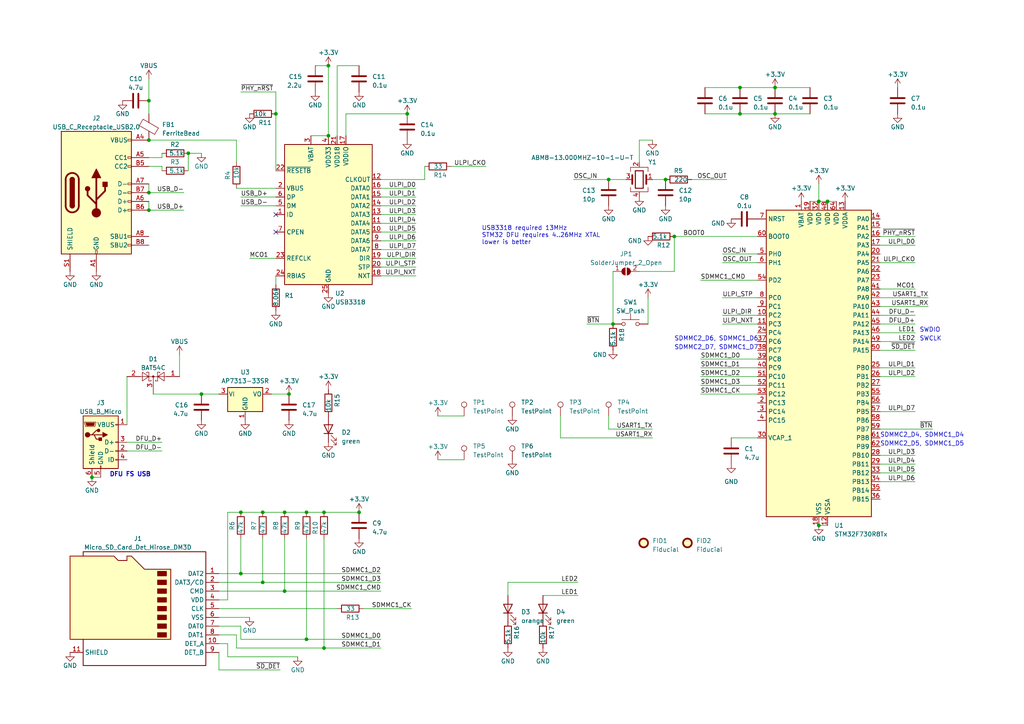
<source format=kicad_sch>
(kicad_sch (version 20230121) (generator eeschema)
  (paper "A4")
  (title_block (title "usb_msc devboard") (date "2023-03-19") (rev "v1") (company "znuh"))
  (lib_symbols
    (symbol "Connector:Micro_SD_Card_Det_Hirose_DM3AT"
      (property "Reference" "J" (at -16.51 17.78 0))
      (property "Value" "Micro_SD_Card_Det_Hirose_DM3AT" (at 16.51 17.78 0))
      (symbol "Micro_SD_Card_Det_Hirose_DM3AT_1_1"
        (pin bidirectional line (at -22.86 10.16 0) (length 3.81) (name "DAT2") (number "1"))
        (pin passive line (at -22.86 -10.16 0) (length 3.81) (name "DET_A") (number "10"))
        (pin passive line (at 20.32 -12.7 180) (length 3.81) (name "SHIELD") (number "11"))
        (pin bidirectional line (at -22.86 7.62 0) (length 3.81) (name "DAT3/CD") (number "2"))
        (pin input line (at -22.86 5.08 0) (length 3.81) (name "CMD") (number "3"))
        (pin power_in line (at -22.86 2.54 0) (length 3.81) (name "VDD") (number "4"))
        (pin input line (at -22.86 0 0) (length 3.81) (name "CLK") (number "5"))
        (pin power_in line (at -22.86 -2.54 0) (length 3.81) (name "VSS") (number "6"))
        (pin bidirectional line (at -22.86 -5.08 0) (length 3.81) (name "DAT0") (number "7"))
        (pin bidirectional line (at -22.86 -7.62 0) (length 3.81) (name "DAT1") (number "8"))
        (pin passive line (at -22.86 -12.7 0) (length 3.81) (name "DET_B") (number "9"))
      )
    )
    (symbol "Connector:TestPoint" (pin_numbers hide) (pin_names (offset 0.762) hide)
      (property "Reference" "TP" (at 0 6.858 0))
      (property "Value" "TestPoint" (at 0 5.08 0))
      (symbol "TestPoint_1_1"
        (pin passive line (at 0 0 90) (length 2.54) (name "1") (number "1"))
      )
    )
    (symbol "Connector:USB_B_Micro" (pin_names (offset 1.016))
      (property "Reference" "J" (at -5.08 11.43 0))
      (property "Value" "USB_B_Micro" (at -5.08 8.89 0))
      (symbol "USB_B_Micro_1_1"
        (pin power_out line (at 7.62 5.08 180) (length 2.54) (name "VBUS") (number "1"))
        (pin bidirectional line (at 7.62 -2.54 180) (length 2.54) (name "D-") (number "2"))
        (pin bidirectional line (at 7.62 0 180) (length 2.54) (name "D+") (number "3"))
        (pin passive line (at 7.62 -5.08 180) (length 2.54) (name "ID") (number "4"))
        (pin power_out line (at 0 -10.16 90) (length 2.54) (name "GND") (number "5"))
        (pin passive line (at -2.54 -10.16 90) (length 2.54) (name "Shield") (number "6"))
      )
    )
    (symbol "Connector:USB_C_Receptacle_USB2.0" (pin_names (offset 1.016))
      (property "Reference" "J" (at -10.16 19.05 0))
      (property "Value" "USB_C_Receptacle_USB2.0" (at 19.05 19.05 0))
      (symbol "USB_C_Receptacle_USB2.0_1_1"
        (pin passive line (at 0 -22.86 90) (length 5.08) (name "GND") (number "A1"))
        (pin passive line (at 0 -22.86 90) (length 5.08) hide (name "GND") (number "A12"))
        (pin passive line (at 15.24 15.24 180) (length 5.08) (name "VBUS") (number "A4"))
        (pin bidirectional line (at 15.24 10.16 180) (length 5.08) (name "CC1") (number "A5"))
        (pin bidirectional line (at 15.24 -2.54 180) (length 5.08) (name "D+") (number "A6"))
        (pin bidirectional line (at 15.24 2.54 180) (length 5.08) (name "D-") (number "A7"))
        (pin bidirectional line (at 15.24 -12.7 180) (length 5.08) (name "SBU1") (number "A8"))
        (pin passive line (at 15.24 15.24 180) (length 5.08) hide (name "VBUS") (number "A9"))
        (pin passive line (at 0 -22.86 90) (length 5.08) hide (name "GND") (number "B1"))
        (pin passive line (at 0 -22.86 90) (length 5.08) hide (name "GND") (number "B12"))
        (pin passive line (at 15.24 15.24 180) (length 5.08) hide (name "VBUS") (number "B4"))
        (pin bidirectional line (at 15.24 7.62 180) (length 5.08) (name "CC2") (number "B5"))
        (pin bidirectional line (at 15.24 -5.08 180) (length 5.08) (name "D+") (number "B6"))
        (pin bidirectional line (at 15.24 0 180) (length 5.08) (name "D-") (number "B7"))
        (pin bidirectional line (at 15.24 -15.24 180) (length 5.08) (name "SBU2") (number "B8"))
        (pin passive line (at 15.24 15.24 180) (length 5.08) hide (name "VBUS") (number "B9"))
        (pin passive line (at -7.62 -22.86 90) (length 5.08) (name "SHIELD") (number "S1"))
      )
    )
    (symbol "Device:C" (pin_numbers hide) (pin_names (offset 0.254))
      (property "Reference" "C" (at 0.635 2.54 0))
      (property "Value" "C" (at 0.635 -2.54 0))
      (symbol "C_1_1"
        (pin passive line (at 0 3.81 270) (length 2.794) (name "~") (number "1"))
        (pin passive line (at 0 -3.81 90) (length 2.794) (name "~") (number "2"))
      )
    )
    (symbol "Device:Crystal_GND24" (pin_names (offset 1.016) hide)
      (property "Reference" "Y" (at 3.175 5.08 0))
      (property "Value" "Crystal_GND24" (at 3.175 3.175 0))
      (symbol "Crystal_GND24_1_1"
        (pin passive line (at -3.81 0 0) (length 1.27) (name "1") (number "1"))
        (pin passive line (at 0 5.08 270) (length 1.27) (name "2") (number "2"))
        (pin passive line (at 3.81 0 180) (length 1.27) (name "3") (number "3"))
        (pin passive line (at 0 -5.08 90) (length 1.27) (name "4") (number "4"))
      )
    )
    (symbol "Device:FerriteBead" (pin_numbers hide) (pin_names (offset 0))
      (property "Reference" "FB" (at -3.81 0.635 90))
      (property "Value" "FerriteBead" (at 3.81 0 90))
      (symbol "FerriteBead_1_1"
        (pin passive line (at 0 3.81 270) (length 2.54) (name "~") (number "1"))
        (pin passive line (at 0 -3.81 90) (length 2.54) (name "~") (number "2"))
      )
    )
    (symbol "Device:LED" (pin_numbers hide) (pin_names (offset 1.016) hide)
      (property "Reference" "D" (at 0 2.54 0))
      (property "Value" "LED" (at 0 -2.54 0))
      (symbol "LED_1_1"
        (pin passive line (at -3.81 0 0) (length 2.54) (name "K") (number "1"))
        (pin passive line (at 3.81 0 180) (length 2.54) (name "A") (number "2"))
      )
    )
    (symbol "Device:R" (pin_numbers hide) (pin_names (offset 0))
      (property "Reference" "R" (at 2.032 0 90))
      (property "Value" "R" (at 0 0 90))
      (symbol "R_1_1"
        (pin passive line (at 0 3.81 270) (length 1.27) (name "~") (number "1"))
        (pin passive line (at 0 -3.81 90) (length 1.27) (name "~") (number "2"))
      )
    )
    (symbol "Diode:BAT54C" (pin_names (offset 1.016))
      (property "Reference" "D" (at 0.635 -3.81 0))
      (property "Value" "BAT54C" (at -6.35 3.175 0))
      (symbol "BAT54C_1_1"
        (pin passive line (at -7.62 0 0) (length 3.81) (name "~") (number "1"))
        (pin passive line (at 7.62 0 180) (length 3.81) (name "~") (number "2"))
        (pin passive line (at 0 -5.08 90) (length 5.08) (name "~") (number "3"))
      )
    )
    (symbol "Jumper:SolderJumper_2_Open" (pin_names (offset 0) hide)
      (property "Reference" "JP" (at 0 2.032 0))
      (property "Value" "SolderJumper_2_Open" (at 0 -2.54 0))
      (symbol "SolderJumper_2_Open_1_1"
        (pin passive line (at -3.81 0 0) (length 2.54) (name "A") (number "1"))
        (pin passive line (at 3.81 0 180) (length 2.54) (name "B") (number "2"))
      )
    )
    (symbol "MCU_ST_STM32F7:STM32F730R8Tx"
      (property "Reference" "U" (at -15.24 46.99 0))
      (property "Value" "STM32F730R8Tx" (at 10.16 46.99 0))
      (symbol "STM32F730R8Tx_1_1"
        (pin power_in line (at -5.08 48.26 270) (length 2.54) (name "VBAT") (number "1"))
        (pin bidirectional line (at -17.78 15.24 0) (length 2.54) (name "PC2") (number "10"))
        (pin bidirectional line (at -17.78 12.7 0) (length 2.54) (name "PC3") (number "11"))
        (pin power_in line (at 2.54 -45.72 90) (length 2.54) (name "VSSA") (number "12"))
        (pin power_in line (at 7.62 48.26 270) (length 2.54) (name "VDDA") (number "13"))
        (pin bidirectional line (at 17.78 43.18 180) (length 2.54) (name "PA0") (number "14"))
        (pin bidirectional line (at 17.78 40.64 180) (length 2.54) (name "PA1") (number "15"))
        (pin bidirectional line (at 17.78 38.1 180) (length 2.54) (name "PA2") (number "16"))
        (pin bidirectional line (at 17.78 35.56 180) (length 2.54) (name "PA3") (number "17"))
        (pin power_in line (at 0 -45.72 90) (length 2.54) (name "VSS") (number "18"))
        (pin power_in line (at -2.54 48.26 270) (length 2.54) (name "VDD") (number "19"))
        (pin bidirectional line (at -17.78 -10.16 0) (length 2.54) (name "PC13") (number "2"))
        (pin bidirectional line (at 17.78 33.02 180) (length 2.54) (name "PA4") (number "20"))
        (pin bidirectional line (at 17.78 30.48 180) (length 2.54) (name "PA5") (number "21"))
        (pin bidirectional line (at 17.78 27.94 180) (length 2.54) (name "PA6") (number "22"))
        (pin bidirectional line (at 17.78 25.4 180) (length 2.54) (name "PA7") (number "23"))
        (pin bidirectional line (at -17.78 10.16 0) (length 2.54) (name "PC4") (number "24"))
        (pin bidirectional line (at 17.78 0 180) (length 2.54) (name "PB0") (number "25"))
        (pin bidirectional line (at 17.78 -2.54 180) (length 2.54) (name "PB1") (number "26"))
        (pin bidirectional line (at 17.78 -5.08 180) (length 2.54) (name "PB2") (number "27"))
        (pin bidirectional line (at 17.78 -25.4 180) (length 2.54) (name "PB10") (number "28"))
        (pin bidirectional line (at 17.78 -27.94 180) (length 2.54) (name "PB11") (number "29"))
        (pin bidirectional line (at -17.78 -12.7 0) (length 2.54) (name "PC14") (number "3"))
        (pin power_out line (at -17.78 -20.32 0) (length 2.54) (name "VCAP_1") (number "30"))
        (pin passive line (at 0 -45.72 90) (length 2.54) hide (name "VSS") (number "31"))
        (pin power_in line (at 0 48.26 270) (length 2.54) (name "VDD") (number "32"))
        (pin bidirectional line (at 17.78 -30.48 180) (length 2.54) (name "PB12") (number "33"))
        (pin bidirectional line (at 17.78 -33.02 180) (length 2.54) (name "PB13") (number "34"))
        (pin bidirectional line (at 17.78 -35.56 180) (length 2.54) (name "PB14") (number "35"))
        (pin bidirectional line (at 17.78 -38.1 180) (length 2.54) (name "PB15") (number "36"))
        (pin bidirectional line (at -17.78 7.62 0) (length 2.54) (name "PC6") (number "37"))
        (pin bidirectional line (at -17.78 5.08 0) (length 2.54) (name "PC7") (number "38"))
        (pin bidirectional line (at -17.78 2.54 0) (length 2.54) (name "PC8") (number "39"))
        (pin bidirectional line (at -17.78 -15.24 0) (length 2.54) (name "PC15") (number "4"))
        (pin bidirectional line (at -17.78 0 0) (length 2.54) (name "PC9") (number "40"))
        (pin bidirectional line (at 17.78 22.86 180) (length 2.54) (name "PA8") (number "41"))
        (pin bidirectional line (at 17.78 20.32 180) (length 2.54) (name "PA9") (number "42"))
        (pin bidirectional line (at 17.78 17.78 180) (length 2.54) (name "PA10") (number "43"))
        (pin bidirectional line (at 17.78 15.24 180) (length 2.54) (name "PA11") (number "44"))
        (pin bidirectional line (at 17.78 12.7 180) (length 2.54) (name "PA12") (number "45"))
        (pin bidirectional line (at 17.78 10.16 180) (length 2.54) (name "PA13") (number "46"))
        (pin passive line (at 0 -45.72 90) (length 2.54) hide (name "VSS") (number "47"))
        (pin power_in line (at 2.54 48.26 270) (length 2.54) (name "VDD") (number "48"))
        (pin bidirectional line (at 17.78 7.62 180) (length 2.54) (name "PA14") (number "49"))
        (pin bidirectional line (at -17.78 33.02 0) (length 2.54) (name "PH0") (number "5"))
        (pin bidirectional line (at 17.78 5.08 180) (length 2.54) (name "PA15") (number "50"))
        (pin bidirectional line (at -17.78 -2.54 0) (length 2.54) (name "PC10") (number "51"))
        (pin bidirectional line (at -17.78 -5.08 0) (length 2.54) (name "PC11") (number "52"))
        (pin bidirectional line (at -17.78 -7.62 0) (length 2.54) (name "PC12") (number "53"))
        (pin bidirectional line (at -17.78 25.4 0) (length 2.54) (name "PD2") (number "54"))
        (pin bidirectional line (at 17.78 -7.62 180) (length 2.54) (name "PB3") (number "55"))
        (pin bidirectional line (at 17.78 -10.16 180) (length 2.54) (name "PB4") (number "56"))
        (pin bidirectional line (at 17.78 -12.7 180) (length 2.54) (name "PB5") (number "57"))
        (pin bidirectional line (at 17.78 -15.24 180) (length 2.54) (name "PB6") (number "58"))
        (pin bidirectional line (at 17.78 -17.78 180) (length 2.54) (name "PB7") (number "59"))
        (pin bidirectional line (at -17.78 30.48 0) (length 2.54) (name "PH1") (number "6"))
        (pin input line (at -17.78 38.1 0) (length 2.54) (name "BOOT0") (number "60"))
        (pin bidirectional line (at 17.78 -20.32 180) (length 2.54) (name "PB8") (number "61"))
        (pin bidirectional line (at 17.78 -22.86 180) (length 2.54) (name "PB9") (number "62"))
        (pin passive line (at 0 -45.72 90) (length 2.54) hide (name "VSS") (number "63"))
        (pin power_in line (at 5.08 48.26 270) (length 2.54) (name "VDD") (number "64"))
        (pin input line (at -17.78 43.18 0) (length 2.54) (name "NRST") (number "7"))
        (pin bidirectional line (at -17.78 20.32 0) (length 2.54) (name "PC0") (number "8"))
        (pin bidirectional line (at -17.78 17.78 0) (length 2.54) (name "PC1") (number "9"))
      )
    )
    (symbol "Mechanical:Fiducial"
      (property "Reference" "FID" (at 0 5.08 0))
      (property "Value" "Fiducial" (at 0 3.175 0))
    )
    (symbol "Regulator_Linear:MCP1700x-300xxTT" (pin_names (offset 0.254))
      (property "Reference" "U" (at -3.81 3.175 0))
      (property "Value" "MCP1700x-300xxTT" (at 0 3.175 0))
      (symbol "MCP1700x-300xxTT_1_1"
        (pin power_in line (at 0 -7.62 90) (length 2.54) (name "GND") (number "1"))
        (pin power_out line (at 7.62 0 180) (length 2.54) (name "VO") (number "2"))
        (pin power_in line (at -7.62 0 0) (length 2.54) (name "VI") (number "3"))
      )
    )
    (symbol "Switch:SW_Push" (pin_numbers hide) (pin_names (offset 1.016) hide)
      (property "Reference" "SW" (at 1.27 2.54 0))
      (property "Value" "SW_Push" (at 0 -1.524 0))
      (symbol "SW_Push_0_1"
        (pin passive line (at -5.08 0 0) (length 2.54) (name "1") (number "1"))
        (pin passive line (at 5.08 0 180) (length 2.54) (name "2") (number "2"))
      )
    )
    (symbol "power:+3.3V" (power) (pin_names (offset 0))
      (property "Value" "+3.3V" (at 0 3.556 0))
      (symbol "+3.3V_1_1"
        (pin power_in line (at 0 0 90) (length 0) hide (name "+3.3V") (number "1"))
      )
    )
    (symbol "power:GND" (power) (pin_names (offset 0))
      (property "Value" "GND" (at 0 -3.81 0))
      (symbol "GND_1_1"
        (pin power_in line (at 0 0 270) (length 0) hide (name "GND") (number "1"))
      )
    )
    (symbol "power:VBUS" (power) (pin_names (offset 0))
      (property "Value" "VBUS" (at 0 3.81 0))
      (symbol "VBUS_1_1"
        (pin power_in line (at 0 0 90) (length 0) hide (name "VBUS") (number "1"))
      )
    )
    (symbol "usb3318:USB3318"
      (property "Reference" "U" (at 0 2.54 0))
      (property "Value" "USB3318" (at 0 0 0))
      (symbol "USB3318_1_1"
        (pin input line (at -15.24 0 0) (length 2.54) (name "ID") (number "1"))
        (pin bidirectional line (at 15.24 -5.08 180) (length 2.54) (name "DATA5") (number "10"))
        (pin bidirectional line (at 15.24 -2.54 180) (length 2.54) (name "DATA4") (number "11"))
        (pin output line (at 15.24 10.16 180) (length 2.54) (name "CLKOUT") (number "12"))
        (pin bidirectional line (at 15.24 0 180) (length 2.54) (name "DATA3") (number "13"))
        (pin bidirectional line (at 15.24 2.54 180) (length 2.54) (name "DATA2") (number "14"))
        (pin bidirectional line (at 15.24 5.08 180) (length 2.54) (name "DATA1") (number "15"))
        (pin bidirectional line (at 15.24 7.62 180) (length 2.54) (name "DATA0") (number "16"))
        (pin power_in line (at 5.08 22.86 270) (length 2.54) (name "VDDIO") (number "17"))
        (pin output line (at 15.24 -17.78 180) (length 2.54) (name "NXT") (number "18"))
        (pin output line (at 15.24 -12.7 180) (length 2.54) (name "DIR") (number "19"))
        (pin input line (at -15.24 7.62 0) (length 2.54) (name "VBUS") (number "2"))
        (pin input line (at 15.24 -15.24 180) (length 2.54) (name "STP") (number "20"))
        (pin power_out line (at 2.54 22.86 270) (length 2.54) (name "VDD18") (number "21"))
        (pin input line (at -15.24 12.7 0) (length 2.54) (name "~{RESETB}") (number "22"))
        (pin input line (at -15.24 -12.7 0) (length 2.54) (name "REFCLK") (number "23"))
        (pin passive line (at -15.24 -17.78 0) (length 2.54) (name "RBIAS") (number "24"))
        (pin power_in line (at 0 -22.86 90) (length 2.54) (name "GND") (number "25"))
        (pin power_in line (at -5.08 22.86 270) (length 2.54) (name "VBAT") (number "3"))
        (pin power_out line (at 0 22.86 270) (length 2.54) (name "VDD33") (number "4"))
        (pin bidirectional line (at -15.24 2.54 0) (length 2.54) (name "DM") (number "5"))
        (pin bidirectional line (at -15.24 5.08 0) (length 2.54) (name "DP") (number "6"))
        (pin output line (at -15.24 -5.08 0) (length 2.54) (name "CPEN") (number "7"))
        (pin bidirectional line (at 15.24 -10.16 180) (length 2.54) (name "DATA7") (number "8"))
        (pin bidirectional line (at 15.24 -7.62 180) (length 2.54) (name "DATA6") (number "9"))
      )
    )
  )
  (junction (at 54.61 44.45))
  (junction (at 69.85 166.37))
  (junction (at 176.53 52.07))
  (junction (at 95.25 39.37))
  (junction (at 88.9 185.42))
  (junction (at 58.42 114.3))
  (junction (at 118.11 33.02))
  (junction (at 193.04 52.07))
  (junction (at 224.79 33.02))
  (junction (at 195.58 68.58))
  (junction (at 214.63 25.4))
  (junction (at 93.98 148.59))
  (junction (at 43.18 29.21))
  (junction (at 104.14 148.59))
  (junction (at 26.67 138.43))
  (junction (at 237.49 58.42))
  (junction (at 43.18 60.96))
  (junction (at 237.49 152.4))
  (junction (at 76.2 148.59))
  (junction (at 80.01 33.02))
  (junction (at 43.18 55.88))
  (junction (at 43.18 40.64))
  (junction (at 214.63 33.02))
  (junction (at 93.98 187.96))
  (junction (at 76.2 168.91))
  (junction (at 82.55 171.45))
  (junction (at 69.85 148.59))
  (junction (at 83.82 114.3))
  (junction (at 88.9 148.59))
  (junction (at 224.79 25.4))
  (junction (at 82.55 148.59))
  (junction (at 95.25 19.05))
  (junction (at 240.03 58.42))
  (junction (at 177.8 93.98))
  (no_connect (at 80.01 62.23))
  (no_connect (at 80.01 67.31))
  (wire (pts (xy 43.18 45.72) (xy 46.99 45.72)))
  (wire (pts (xy 110.49 77.47) (xy 120.65 77.47)))
  (wire (pts (xy 52.07 102.87) (xy 52.07 109.22)))
  (wire (pts (xy 80.01 74.93) (xy 72.39 74.93)))
  (wire (pts (xy 104.14 19.05) (xy 97.79 19.05)))
  (wire (pts (xy 110.49 80.01) (xy 120.65 80.01)))
  (wire (pts (xy 63.5 184.15) (xy 68.58 184.15)))
  (wire (pts (xy 69.85 185.42) (xy 88.9 185.42)))
  (wire (pts (xy 43.18 55.88) (xy 53.34 55.88)))
  (wire (pts (xy 110.49 52.07) (xy 123.19 52.07)))
  (wire (pts (xy 82.55 156.21) (xy 82.55 171.45)))
  (wire (pts (xy 255.27 71.12) (xy 265.43 71.12)))
  (wire (pts (xy 46.99 48.26) (xy 46.99 49.53)))
  (wire (pts (xy 76.2 168.91) (xy 110.49 168.91)))
  (wire (pts (xy 88.9 156.21) (xy 88.9 185.42)))
  (wire (pts (xy 44.45 114.3) (xy 58.42 114.3)))
  (wire (pts (xy 69.85 59.69) (xy 80.01 59.69)))
  (wire (pts (xy 219.71 86.36) (xy 209.55 86.36)))
  (wire (pts (xy 69.85 166.37) (xy 110.49 166.37)))
  (wire (pts (xy 255.27 101.6) (xy 265.43 101.6)))
  (wire (pts (xy 127 133.35) (xy 134.62 133.35)))
  (wire (pts (xy 255.27 139.7) (xy 265.43 139.7)))
  (wire (pts (xy 170.18 93.98) (xy 177.8 93.98)))
  (wire (pts (xy 189.23 52.07) (xy 193.04 52.07)))
  (wire (pts (xy 255.27 93.98) (xy 265.43 93.98)))
  (wire (pts (xy 80.01 26.67) (xy 69.85 26.67)))
  (wire (pts (xy 63.5 176.53) (xy 97.79 176.53)))
  (wire (pts (xy 63.5 186.69) (xy 66.04 186.69)))
  (wire (pts (xy 43.18 53.34) (xy 43.18 55.88)))
  (wire (pts (xy 157.48 172.72) (xy 167.64 172.72)))
  (wire (pts (xy 63.5 166.37) (xy 69.85 166.37)))
  (wire (pts (xy 195.58 78.74) (xy 195.58 68.58)))
  (wire (pts (xy 219.71 91.44) (xy 209.55 91.44)))
  (wire (pts (xy 58.42 114.3) (xy 63.5 114.3)))
  (wire (pts (xy 255.27 137.16) (xy 265.43 137.16)))
  (wire (pts (xy 123.19 52.07) (xy 123.19 48.26)))
  (wire (pts (xy 204.47 33.02) (xy 214.63 33.02)))
  (wire (pts (xy 237.49 53.34) (xy 237.49 58.42)))
  (wire (pts (xy 214.63 33.02) (xy 224.79 33.02)))
  (wire (pts (xy 219.71 109.22) (xy 203.2 109.22)))
  (wire (pts (xy 43.18 60.96) (xy 53.34 60.96)))
  (wire (pts (xy 219.71 111.76) (xy 203.2 111.76)))
  (wire (pts (xy 88.9 148.59) (xy 93.98 148.59)))
  (wire (pts (xy 255.27 68.58) (xy 265.43 68.58)))
  (wire (pts (xy 219.71 93.98) (xy 209.55 93.98)))
  (wire (pts (xy 63.5 171.45) (xy 82.55 171.45)))
  (wire (pts (xy 219.71 106.68) (xy 203.2 106.68)))
  (wire (pts (xy 118.11 33.02) (xy 100.33 33.02)))
  (wire (pts (xy 110.49 72.39) (xy 120.65 72.39)))
  (wire (pts (xy 255.27 134.62) (xy 265.43 134.62)))
  (wire (pts (xy 214.63 25.4) (xy 224.79 25.4)))
  (wire (pts (xy 219.71 76.2) (xy 209.55 76.2)))
  (wire (pts (xy 270.51 124.46) (xy 255.27 124.46)))
  (wire (pts (xy 43.18 33.02) (xy 43.18 29.21)))
  (wire (pts (xy 224.79 33.02) (xy 234.95 33.02)))
  (wire (pts (xy 66.04 190.5) (xy 86.36 190.5)))
  (wire (pts (xy 43.18 48.26) (xy 46.99 48.26)))
  (wire (pts (xy 63.5 194.31) (xy 81.28 194.31)))
  (wire (pts (xy 110.49 64.77) (xy 120.65 64.77)))
  (wire (pts (xy 26.67 138.43) (xy 29.21 138.43)))
  (wire (pts (xy 80.01 33.02) (xy 80.01 26.67)))
  (wire (pts (xy 43.18 29.21) (xy 43.18 22.86)))
  (wire (pts (xy 219.71 73.66) (xy 209.55 73.66)))
  (wire (pts (xy 234.95 58.42) (xy 237.49 58.42)))
  (wire (pts (xy 90.17 39.37) (xy 95.25 39.37)))
  (wire (pts (xy 36.83 128.27) (xy 46.99 128.27)))
  (wire (pts (xy 80.01 33.02) (xy 80.01 49.53)))
  (wire (pts (xy 204.47 25.4) (xy 214.63 25.4)))
  (wire (pts (xy 95.25 19.05) (xy 95.25 39.37)))
  (wire (pts (xy 76.2 156.21) (xy 76.2 168.91)))
  (wire (pts (xy 219.71 114.3) (xy 203.2 114.3)))
  (wire (pts (xy 195.58 68.58) (xy 219.71 68.58)))
  (wire (pts (xy 189.23 40.64) (xy 185.42 40.64)))
  (wire (pts (xy 68.58 184.15) (xy 68.58 187.96)))
  (wire (pts (xy 167.64 168.91) (xy 147.32 168.91)))
  (wire (pts (xy 237.49 152.4) (xy 240.03 152.4)))
  (wire (pts (xy 76.2 148.59) (xy 82.55 148.59)))
  (wire (pts (xy 176.53 52.07) (xy 181.61 52.07)))
  (wire (pts (xy 237.49 58.42) (xy 240.03 58.42)))
  (wire (pts (xy 187.96 86.36) (xy 187.96 93.98)))
  (wire (pts (xy 69.85 181.61) (xy 69.85 185.42)))
  (wire (pts (xy 185.42 78.74) (xy 195.58 78.74)))
  (wire (pts (xy 162.56 127) (xy 189.23 127)))
  (wire (pts (xy 46.99 130.81) (xy 36.83 130.81)))
  (wire (pts (xy 100.33 33.02) (xy 100.33 39.37)))
  (wire (pts (xy 69.85 156.21) (xy 69.85 166.37)))
  (wire (pts (xy 176.53 124.46) (xy 189.23 124.46)))
  (wire (pts (xy 185.42 40.64) (xy 185.42 46.99)))
  (wire (pts (xy 147.32 168.91) (xy 147.32 172.72)))
  (wire (pts (xy 68.58 54.61) (xy 80.01 54.61)))
  (wire (pts (xy 219.71 81.28) (xy 203.2 81.28)))
  (wire (pts (xy 78.74 114.3) (xy 83.82 114.3)))
  (wire (pts (xy 224.79 25.4) (xy 234.95 25.4)))
  (wire (pts (xy 255.27 99.06) (xy 265.43 99.06)))
  (wire (pts (xy 269.24 86.36) (xy 255.27 86.36)))
  (wire (pts (xy 110.49 67.31) (xy 120.65 67.31)))
  (wire (pts (xy 36.83 109.22) (xy 36.83 123.19)))
  (wire (pts (xy 255.27 119.38) (xy 265.43 119.38)))
  (wire (pts (xy 46.99 45.72) (xy 46.99 44.45)))
  (wire (pts (xy 176.53 120.65) (xy 176.53 124.46)))
  (wire (pts (xy 66.04 186.69) (xy 66.04 190.5)))
  (wire (pts (xy 66.04 148.59) (xy 66.04 173.99)))
  (wire (pts (xy 255.27 83.82) (xy 265.43 83.82)))
  (wire (pts (xy 240.03 58.42) (xy 242.57 58.42)))
  (wire (pts (xy 110.49 62.23) (xy 120.65 62.23)))
  (wire (pts (xy 97.79 19.05) (xy 97.79 39.37)))
  (wire (pts (xy 162.56 120.65) (xy 162.56 127)))
  (wire (pts (xy 69.85 148.59) (xy 76.2 148.59)))
  (wire (pts (xy 255.27 76.2) (xy 265.43 76.2)))
  (wire (pts (xy 93.98 187.96) (xy 110.49 187.96)))
  (wire (pts (xy 105.41 176.53) (xy 119.38 176.53)))
  (wire (pts (xy 177.8 78.74) (xy 177.8 93.98)))
  (wire (pts (xy 110.49 57.15) (xy 120.65 57.15)))
  (wire (pts (xy 91.44 19.05) (xy 95.25 19.05)))
  (wire (pts (xy 66.04 173.99) (xy 63.5 173.99)))
  (wire (pts (xy 68.58 40.64) (xy 68.58 46.99)))
  (wire (pts (xy 269.24 88.9) (xy 255.27 88.9)))
  (wire (pts (xy 176.53 52.07) (xy 166.37 52.07)))
  (wire (pts (xy 255.27 109.22) (xy 265.43 109.22)))
  (wire (pts (xy 63.5 189.23) (xy 63.5 194.31)))
  (wire (pts (xy 265.43 91.44) (xy 255.27 91.44)))
  (wire (pts (xy 255.27 96.52) (xy 265.43 96.52)))
  (wire (pts (xy 54.61 44.45) (xy 54.61 49.53)))
  (wire (pts (xy 93.98 156.21) (xy 93.98 187.96)))
  (wire (pts (xy 93.98 148.59) (xy 104.14 148.59)))
  (wire (pts (xy 130.81 48.26) (xy 140.97 48.26)))
  (wire (pts (xy 63.5 168.91) (xy 76.2 168.91)))
  (wire (pts (xy 219.71 104.14) (xy 203.2 104.14)))
  (wire (pts (xy 212.09 127) (xy 219.71 127)))
  (wire (pts (xy 68.58 187.96) (xy 93.98 187.96)))
  (wire (pts (xy 63.5 179.07) (xy 72.39 179.07)))
  (wire (pts (xy 127 120.65) (xy 134.62 120.65)))
  (wire (pts (xy 255.27 106.68) (xy 265.43 106.68)))
  (wire (pts (xy 255.27 132.08) (xy 265.43 132.08)))
  (wire (pts (xy 200.66 52.07) (xy 210.82 52.07)))
  (wire (pts (xy 110.49 59.69) (xy 120.65 59.69)))
  (wire (pts (xy 82.55 171.45) (xy 110.49 171.45)))
  (wire (pts (xy 110.49 69.85) (xy 120.65 69.85)))
  (wire (pts (xy 43.18 58.42) (xy 43.18 60.96)))
  (wire (pts (xy 80.01 80.01) (xy 80.01 82.55)))
  (wire (pts (xy 69.85 148.59) (xy 66.04 148.59)))
  (wire (pts (xy 110.49 54.61) (xy 120.65 54.61)))
  (wire (pts (xy 82.55 148.59) (xy 88.9 148.59)))
  (wire (pts (xy 88.9 185.42) (xy 110.49 185.42)))
  (wire (pts (xy 43.18 40.64) (xy 68.58 40.64)))
  (wire (pts (xy 80.01 57.15) (xy 69.85 57.15)))
  (wire (pts (xy 63.5 181.61) (xy 69.85 181.61)))
  (wire (pts (xy 54.61 44.45) (xy 58.42 44.45)))
  (wire (pts (xy 110.49 74.93) (xy 120.65 74.93)))
  (text "SWDIO" (at 266.7 96.52 0) (effects (font (size 1.27 1.27)) (justify left bottom)))
  (text "SDMMC2_D6, SDMMC1_D6" (at 195.58 99.06 0) (effects (font (size 1.27 1.27)) (justify left bottom)))
  (text "SDMMC2_D4, SDMMC1_D4" (at 255.27 127 0) (effects (font (size 1.27 1.27)) (justify left bottom)))
  (text "SWCLK" (at 266.7 99.06 0) (effects (font (size 1.27 1.27)) (justify left bottom)))
  (text "SDMMC2_D5, SDMMC1_D5" (at 255.27 129.54 0) (effects (font (size 1.27 1.27)) (justify left bottom)))
  (text "DFU FS USB" (at 31.75 138.43 0) (effects (font (size 1.27 1.27) (thickness 0.254) bold) (justify left bottom)))
  (text "USB3318 required 13MHz\nSTM32 DFU requires 4..26MHz XTAL\nlower is better" (at 139.7 71.12 0) (effects (font (size 1.27 1.27)) (justify left bottom)))
  (text "SDMMC2_D7, SDMMC1_D7" (at 195.58 101.6 0) (effects (font (size 1.27 1.27)) (justify left bottom)))
  (label "SDMMC1_CMD" (at 203.2 81.28 0))
  (label "ULPI_D7" (at 120.65 72.39 180))
  (label "DFU_D+" (at 46.99 128.27 180))
  (label "SDMMC1_D3" (at 110.49 168.91 180))
  (label "ULPI_NXT" (at 209.55 93.98 0))
  (label "SDMMC1_D0" (at 110.49 185.42 180))
  (label "USART1_RX" (at 269.24 88.9 180))
  (label "USART1_TX" (at 269.24 86.36 180))
  (label "USB_D-" (at 69.85 59.69 0))
  (label "ULPI_DIR" (at 209.55 91.44 0))
  (label "ULPI_D3" (at 120.65 62.23 180))
  (label "LED1" (at 265.43 96.52 180))
  (label "ULPI_D3" (at 265.43 132.08 180))
  (label "LED1" (at 167.64 172.72 180))
  (label "ULPI_D6" (at 265.43 139.7 180))
  (label "LED2" (at 167.64 168.91 180))
  (label "OSC_IN" (at 209.55 73.66 0))
  (label "OSC_IN" (at 166.37 52.07 0))
  (label "USB_D+" (at 69.85 57.15 0))
  (label "ULPI_STP" (at 120.65 77.47 180))
  (label "SDMMC1_CK" (at 203.2 114.3 0))
  (label "ULPI_D4" (at 120.65 64.77 180))
  (label "DFU_D-" (at 46.99 130.81 180))
  (label "SDMMC1_D2" (at 203.2 109.22 0))
  (label "ULPI_NXT" (at 120.65 80.01 180))
  (label "OSC_OUT" (at 209.55 76.2 0))
  (label "DFU_D+" (at 265.43 93.98 180))
  (label "SDMMC1_D1" (at 203.2 106.68 0))
  (label "MCO1" (at 72.39 74.93 0))
  (label "USART1_RX" (at 189.23 127 180))
  (label "ULPI_CKO" (at 140.97 48.26 180))
  (label "ULPI_D4" (at 265.43 134.62 180))
  (label "SDMMC1_D2" (at 110.49 166.37 180))
  (label "ULPI_D5" (at 265.43 137.16 180))
  (label "ULPI_CKO" (at 265.43 76.2 180))
  (label "ULPI_D0" (at 265.43 71.12 180))
  (label "USB_D+" (at 53.34 60.96 180))
  (label "~{SD_DET}" (at 265.43 101.6 180))
  (label "ULPI_D6" (at 120.65 69.85 180))
  (label "USB_D-" (at 53.34 55.88 180))
  (label "ULPI_D2" (at 265.43 109.22 180))
  (label "USART1_TX" (at 189.23 124.46 180))
  (label "ULPI_D2" (at 120.65 59.69 180))
  (label "ULPI_DIR" (at 120.65 74.93 180))
  (label "SDMMC1_D1" (at 110.49 187.96 180))
  (label "LED2" (at 265.43 99.06 180))
  (label "~{BTN}" (at 270.51 124.46 180))
  (label "ULPI_D5" (at 120.65 67.31 180))
  (label "~{BTN}" (at 170.18 93.98 0))
  (label "ULPI_STP" (at 209.55 86.36 0))
  (label "SDMMC1_CMD" (at 110.49 171.45 180))
  (label "ULPI_D7" (at 265.43 119.38 180))
  (label "OSC_OUT" (at 210.82 52.07 180))
  (label "~{SD_DET}" (at 81.28 194.31 180))
  (label "ULPI_D1" (at 265.43 106.68 180))
  (label "SDMMC1_CK" (at 119.38 176.53 180))
  (label "DFU_D-" (at 265.43 91.44 180))
  (label "ULPI_D1" (at 120.65 57.15 180))
  (label "~{PHY_nRST}" (at 69.85 26.67 0))
  (label "BOOT0" (at 198.12 68.58 0))
  (label "SDMMC1_D0" (at 203.2 104.14 0))
  (label "~{PHY_nRST}" (at 265.43 68.58 180))
  (label "MCO1" (at 265.43 83.82 180))
  (label "SDMMC1_D3" (at 203.2 111.76 0))
  (label "ULPI_D0" (at 120.65 54.61 180))
  (symbol (lib_id "power:VBUS") (at 52.07 102.87 0) (unit 1)
    (property "Reference" "#PWR035" (effects hide))
    (property "Value" "VBUS" (at 52.07 99.06 0))
  )
  (symbol (lib_id "power:GND") (at 58.42 44.45 0) (unit 1)
    (property "Reference" "#PWR021" (effects hide))
    (property "Value" "GND" (at 58.42 48.26 0))
  )
  (symbol (lib_id "power:GND") (at 148.59 120.65 0) (unit 1)
    (property "Reference" "#PWR023" (effects hide))
    (property "Value" "GND" (at 148.59 124.46 0))
  )
  (symbol (lib_id "Switch:SW_Push") (at 182.88 93.98 0) (unit 1)
    (property "Reference" "SW1" (at 182.88 87.63 0))
    (property "Value" "SW_Push" (at 182.88 90.17 0))
    (property "Footprint" "usb_msc:SMD_BTN" (effects hide))
  )
  (symbol (lib_id "usb3318:USB3318") (at 95.25 62.23 0) (unit 1)
    (property "Reference" "U2" (at 97.2059 85.09 0) (effects (justify left)))
    (property "Value" "USB3318" (at 97.2059 87.63 0) (effects (justify left)))
    (property "Footprint" "Package_DFN_QFN:QFN-24-1EP_4x4mm_P0.5mm_EP2.6x2.6mm_ThermalVias" (effects hide))
    (property "Datasheet" "https://ww1.microchip.com/downloads/en/DeviceDoc/3318.pdf" (effects hide))
  )
  (symbol (lib_id "power:GND") (at 95.25 85.09 0) (unit 1)
    (property "Reference" "#PWR016" (effects hide))
    (property "Value" "GND" (at 95.25 88.9 0))
  )
  (symbol (lib_id "power:+3.3V") (at 104.14 148.59 0) (unit 1)
    (property "Reference" "#PWR012" (effects hide))
    (property "Value" "+3.3V" (at 104.14 144.78 0))
  )
  (symbol (lib_id "Device:R") (at 147.32 184.15 0) (unit 1)
    (property "Reference" "R16" (at 149.86 185.42 90) (effects (justify left)))
    (property "Value" "5.1k" (at 147.32 186.69 90) (effects (justify left)))
    (property "Footprint" "Resistor_SMD:R_0402_1005Metric" (effects hide))
  )
  (symbol (lib_id "power:+3.3V") (at 83.82 114.3 0) (unit 1)
    (property "Reference" "#PWR038" (effects hide))
    (property "Value" "+3.3V" (at 83.82 110.49 0))
  )
  (symbol (lib_id "MCU_ST_STM32F7:STM32F730R8Tx") (at 237.49 106.68 0) (unit 1)
    (property "Reference" "U1" (at 241.9859 152.4 0) (effects (justify left)))
    (property "Value" "STM32F730R8Tx" (at 241.9859 154.94 0) (effects (justify left)))
    (property "Footprint" "Package_QFP:LQFP-64_10x10mm_P0.5mm" (effects hide))
    (property "Datasheet" "https://www.st.com/resource/en/datasheet/stm32f730r8.pdf" (effects hide))
  )
  (symbol (lib_id "power:+3.3V") (at 127 120.65 0) (unit 1)
    (property "Reference" "#PWR047" (effects hide))
    (property "Value" "+3.3V" (at 127 116.84 0))
  )
  (symbol (lib_id "Diode:BAT54C") (at 44.45 109.22 0) (mirror y) (unit 1)
    (property "Reference" "D1" (at 44.45 104.14 0))
    (property "Value" "BAT54C" (at 44.45 106.68 0))
    (property "Footprint" "Package_TO_SOT_SMD:SOT-23" (effects hide))
    (property "Datasheet" "http://www.diodes.com/_files/datasheets/ds11005.pdf" (effects hide))
  )
  (symbol (lib_id "Device:C") (at 58.42 118.11 0) (mirror y) (unit 1)
    (property "Reference" "C16" (at 54.61 117.475 0) (effects (justify left)))
    (property "Value" "4.7u" (at 54.61 120.015 0) (effects (justify left)))
    (property "Footprint" "Capacitor_SMD:C_0603_1608Metric" (effects hide))
  )
  (symbol (lib_id "power:+3.3V") (at 95.25 113.03 0) (unit 1)
    (property "Reference" "#PWR045" (effects hide))
    (property "Value" "+3.3V" (at 95.25 109.22 0))
  )
  (symbol (lib_id "Device:R") (at 50.8 49.53 90) (unit 1)
    (property "Reference" "R3" (at 52.07 46.99 90) (effects (justify left)))
    (property "Value" "5.1k" (at 53.34 49.53 90) (effects (justify left)))
    (property "Footprint" "Resistor_SMD:R_0402_1005Metric" (effects hide))
  )
  (symbol (lib_id "power:GND") (at 187.96 68.58 0) (unit 1)
    (property "Reference" "#PWR039" (effects hide))
    (property "Value" "GND" (at 184.15 69.85 0))
  )
  (symbol (lib_id "Jumper:SolderJumper_2_Open") (at 181.61 78.74 0) (unit 1)
    (property "Reference" "JP1" (at 181.61 73.66 0))
    (property "Value" "SolderJumper_2_Open" (at 181.61 76.2 0))
    (property "Footprint" "Jumper:SolderJumper-2_P1.3mm_Open_RoundedPad1.0x1.5mm" (effects hide))
  )
  (symbol (lib_id "Connector:Micro_SD_Card_Det_Hirose_DM3AT") (at 40.64 176.53 0) (mirror y) (unit 1)
    (property "Reference" "J1" (at 40.005 156.21 0))
    (property "Value" "Micro_SD_Card_Det_Hirose_DM3D" (at 40.005 158.75 0))
    (property "Footprint" "Connector_Card:microSD_HC_Hirose_DM3D-SF" (effects hide))
    (property "Datasheet" "https://www.hirose.com/product/en/download_file/key_name/DM3/category/Catalog/doc_file_id/49662/?file_category_id=4&item_id=195&is_series=1" (effects hide))
  )
  (symbol (lib_id "power:GND") (at 212.09 134.62 0) (unit 1)
    (property "Reference" "#PWR01" (effects hide))
    (property "Value" "GND" (at 212.09 139.7 0))
  )
  (symbol (lib_id "power:GND") (at 157.48 187.96 0) (unit 1)
    (property "Reference" "#PWR044" (effects hide))
    (property "Value" "GND" (at 157.48 191.77 0))
  )
  (symbol (lib_id "Mechanical:Fiducial") (at 186.69 157.48 0) (unit 1)
    (property "Reference" "FID1" (at 189.23 156.845 0) (effects (justify left)))
    (property "Value" "Fiducial" (at 189.23 159.385 0) (effects (justify left)))
    (property "Footprint" "Fiducial:Fiducial_0.5mm_Mask1.5mm" (effects hide))
  )
  (symbol (lib_id "Connector:USB_C_Receptacle_USB2.0") (at 27.94 55.88 0) (unit 1)
    (property "Reference" "J2" (at 27.94 34.29 0))
    (property "Value" "USB_C_Receptacle_USB2.0" (at 27.94 36.83 0))
    (property "Footprint" "Connector_USB:USB_C_Receptacle_XKB_U262-16XN-4BVC11" (effects hide))
    (property "Datasheet" "https://www.usb.org/sites/default/files/documents/USB_type-c.zip" (effects hide))
  )
  (symbol (lib_id "power:GND") (at 189.23 40.64 0) (unit 1)
    (property "Reference" "#PWR028" (effects hide))
    (property "Value" "GND" (at 189.23 44.45 0))
  )
  (symbol (lib_id "Device:R") (at 127 48.26 270) (unit 1)
    (property "Reference" "R14" (at 125.73 50.8 90) (effects (justify left)))
    (property "Value" "33" (at 125.73 48.26 90) (effects (justify left)))
    (property "Footprint" "Resistor_SMD:R_0402_1005Metric" (effects hide))
  )
  (symbol (lib_id "power:GND") (at 72.39 33.02 0) (unit 1)
    (property "Reference" "#PWR029" (effects hide))
    (property "Value" "GND" (at 72.39 36.83 0))
  )
  (symbol (lib_id "Device:C") (at 118.11 36.83 180) (unit 1)
    (property "Reference" "C14" (at 121.92 36.195 0) (effects (justify right)))
    (property "Value" "0.1u" (at 121.92 38.735 0) (effects (justify right)))
    (property "Footprint" "Capacitor_SMD:C_0402_1005Metric" (effects hide))
  )
  (symbol (lib_id "Device:LED") (at 157.48 176.53 90) (unit 1)
    (property "Reference" "D4" (at 161.29 177.4825 90) (effects (justify right)))
    (property "Value" "green" (at 161.29 180.0225 90) (effects (justify right)))
    (property "Footprint" "LED_SMD:LED_0603_1608Metric" (effects hide))
  )
  (symbol (lib_id "power:GND") (at 91.44 26.67 0) (unit 1)
    (property "Reference" "#PWR033" (effects hide))
    (property "Value" "GND" (at 91.44 30.48 0))
  )
  (symbol (lib_id "Device:FerriteBead") (at 43.18 36.83 0) (unit 1)
    (property "Reference" "FB1" (at 46.99 36.1442 0) (effects (justify left)))
    (property "Value" "FerriteBead" (at 46.99 38.6842 0) (effects (justify left)))
    (property "Footprint" "Inductor_SMD:L_0603_1608Metric" (effects hide))
  )
  (symbol (lib_id "power:GND") (at 177.8 101.6 0) (unit 1)
    (property "Reference" "#PWR046" (effects hide))
    (property "Value" "GND" (at 173.99 102.87 0))
  )
  (symbol (lib_id "Mechanical:Fiducial") (at 199.39 157.48 0) (unit 1)
    (property "Reference" "FID2" (at 201.93 156.845 0) (effects (justify left)))
    (property "Value" "Fiducial" (at 201.93 159.385 0) (effects (justify left)))
    (property "Footprint" "Fiducial:Fiducial_0.5mm_Mask1.5mm" (effects hide))
  )
  (symbol (lib_id "power:GND") (at 27.94 78.74 0) (unit 1)
    (property "Reference" "#PWR015" (effects hide))
    (property "Value" "GND" (at 27.94 82.55 0))
  )
  (symbol (lib_id "power:GND") (at 83.82 121.92 0) (unit 1)
    (property "Reference" "#PWR037" (effects hide))
    (property "Value" "GND" (at 83.82 125.73 0))
  )
  (symbol (lib_id "power:+3.3V") (at 118.11 33.02 0) (unit 1)
    (property "Reference" "#PWR031" (effects hide))
    (property "Value" "+3.3V" (at 118.11 29.21 0))
  )
  (symbol (lib_id "power:GND") (at 193.04 59.69 0) (unit 1)
    (property "Reference" "#PWR025" (effects hide))
    (property "Value" "GND" (at 193.04 63.5 0))
  )
  (symbol (lib_id "power:+3.3V") (at 224.79 25.4 0) (unit 1)
    (property "Reference" "#PWR07" (effects hide))
    (property "Value" "+3.3V" (at 224.79 21.59 0))
  )
  (symbol (lib_id "Device:C") (at 83.82 118.11 0) (unit 1)
    (property "Reference" "C17" (at 87.63 117.475 0) (effects (justify left)))
    (property "Value" "4.7u" (at 87.63 120.015 0) (effects (justify left)))
    (property "Footprint" "Capacitor_SMD:C_0603_1608Metric" (effects hide))
  )
  (symbol (lib_id "Device:R") (at 177.8 97.79 0) (unit 1)
    (property "Reference" "R18" (at 180.34 99.06 90) (effects (justify left)))
    (property "Value" "5.1k" (at 177.8 100.33 90) (effects (justify left)))
    (property "Footprint" "Resistor_SMD:R_0402_1005Metric" (effects hide))
  )
  (symbol (lib_id "Device:R") (at 50.8 44.45 90) (unit 1)
    (property "Reference" "R2" (at 52.07 41.91 90) (effects (justify left)))
    (property "Value" "5.1k" (at 53.34 44.45 90) (effects (justify left)))
    (property "Footprint" "Resistor_SMD:R_0402_1005Metric" (effects hide))
  )
  (symbol (lib_id "power:GND") (at 95.25 128.27 0) (unit 1)
    (property "Reference" "#PWR042" (effects hide))
    (property "Value" "GND" (at 95.25 132.08 0))
  )
  (symbol (lib_id "power:GND") (at 35.56 29.21 0) (unit 1)
    (property "Reference" "#PWR017" (effects hide))
    (property "Value" "GND" (at 35.56 33.02 0))
  )
  (symbol (lib_id "Device:R") (at 88.9 152.4 180) (unit 1)
    (property "Reference" "R9" (at 86.36 151.13 90) (effects (justify left)))
    (property "Value" "47k" (at 88.9 151.13 90) (effects (justify left)))
    (property "Footprint" "Resistor_SMD:R_0402_1005Metric" (effects hide))
  )
  (symbol (lib_id "Device:R") (at 80.01 86.36 0) (unit 1)
    (property "Reference" "R1" (at 82.55 85.725 0) (effects (justify left)))
    (property "Value" "8.06k" (at 80.01 88.9 90) (effects (justify left)))
    (property "Footprint" "Resistor_SMD:R_0402_1005Metric" (effects hide))
  )
  (symbol (lib_id "Device:R") (at 157.48 184.15 0) (unit 1)
    (property "Reference" "R17" (at 160.02 185.42 90) (effects (justify left)))
    (property "Value" "10k" (at 157.48 186.69 90) (effects (justify left)))
    (property "Footprint" "Resistor_SMD:R_0402_1005Metric" (effects hide))
  )
  (symbol (lib_id "Device:C") (at 204.47 29.21 180) (unit 1)
    (property "Reference" "C6" (at 208.28 28.575 0) (effects (justify right)))
    (property "Value" "0.1u" (at 208.28 31.115 0) (effects (justify right)))
    (property "Footprint" "Capacitor_SMD:C_0402_1005Metric" (effects hide))
  )
  (symbol (lib_id "power:VBUS") (at 43.18 22.86 0) (unit 1)
    (property "Reference" "#PWR018" (effects hide))
    (property "Value" "VBUS" (at 43.18 19.05 0))
  )
  (symbol (lib_id "Device:R") (at 76.2 152.4 180) (unit 1)
    (property "Reference" "R7" (at 73.66 151.13 90) (effects (justify left)))
    (property "Value" "47k" (at 76.2 151.13 90) (effects (justify left)))
    (property "Footprint" "Resistor_SMD:R_0402_1005Metric" (effects hide))
  )
  (symbol (lib_id "Device:Crystal_GND24") (at 185.42 52.07 0) (mirror y) (unit 1)
    (property "Reference" "Y1" (at 189.23 46.99 0))
    (property "Value" "ABM8-13.000MHZ-10-1-U-T" (at 168.91 45.72 0))
    (property "Footprint" "Crystal:Crystal_SMD_Abracon_ABM8G-4Pin_3.2x2.5mm" (effects hide))
  )
  (symbol (lib_id "Device:C") (at 214.63 29.21 180) (unit 1)
    (property "Reference" "C5" (at 218.44 28.575 0) (effects (justify right)))
    (property "Value" "0.1u" (at 218.44 31.115 0) (effects (justify right)))
    (property "Footprint" "Capacitor_SMD:C_0402_1005Metric" (effects hide))
  )
  (symbol (lib_id "power:GND") (at 86.36 190.5 0) (unit 1)
    (property "Reference" "#PWR041" (effects hide))
    (property "Value" "GND" (at 86.36 194.31 0))
  )
  (symbol (lib_id "power:GND") (at 71.12 121.92 0) (unit 1)
    (property "Reference" "#PWR036" (effects hide))
    (property "Value" "GND" (at 71.12 125.73 0))
  )
  (symbol (lib_id "power:GND") (at 80.01 90.17 0) (unit 1)
    (property "Reference" "#PWR020" (effects hide))
    (property "Value" "GND" (at 80.01 93.98 0))
  )
  (symbol (lib_id "power:+3.3V") (at 95.25 19.05 0) (unit 1)
    (property "Reference" "#PWR022" (effects hide))
    (property "Value" "+3.3V" (at 95.25 15.24 0))
  )
  (symbol (lib_id "Connector:TestPoint") (at 162.56 120.65 0) (unit 1)
    (property "Reference" "TP3" (at 165.1 116.713 0) (effects (justify left)))
    (property "Value" "TestPoint" (at 165.1 119.253 0) (effects (justify left)))
    (property "Footprint" "TestPoint:TestPoint_Pad_D1.0mm" (effects hide))
  )
  (symbol (lib_id "power:GND") (at 20.32 78.74 0) (unit 1)
    (property "Reference" "#PWR014" (effects hide))
    (property "Value" "GND" (at 20.32 82.55 0))
  )
  (symbol (lib_id "Connector:TestPoint") (at 148.59 120.65 0) (unit 1)
    (property "Reference" "TP2" (at 151.13 116.713 0) (effects (justify left)))
    (property "Value" "TestPoint" (at 151.13 119.253 0) (effects (justify left)))
    (property "Footprint" "TestPoint:TestPoint_Pad_D1.0mm" (effects hide))
  )
  (symbol (lib_id "power:GND") (at 212.09 63.5 0) (unit 1)
    (property "Reference" "#PWR06" (effects hide))
    (property "Value" "GND" (at 208.28 64.77 0))
  )
  (symbol (lib_id "power:GND") (at 118.11 40.64 0) (unit 1)
    (property "Reference" "#PWR032" (effects hide))
    (property "Value" "GND" (at 118.11 44.45 0))
  )
  (symbol (lib_id "Connector:TestPoint") (at 148.59 133.35 0) (unit 1)
    (property "Reference" "TP6" (at 151.13 129.413 0) (effects (justify left)))
    (property "Value" "TestPoint" (at 151.13 131.953 0) (effects (justify left)))
    (property "Footprint" "TestPoint:TestPoint_Pad_D1.0mm" (effects hide))
  )
  (symbol (lib_id "Device:C") (at 215.9 63.5 270) (unit 1)
    (property "Reference" "C8" (at 215.9 57.15 90))
    (property "Value" "0.1u" (at 215.9 59.69 90))
    (property "Footprint" "Capacitor_SMD:C_0402_1005Metric" (effects hide))
  )
  (symbol (lib_id "Device:R") (at 82.55 152.4 180) (unit 1)
    (property "Reference" "R8" (at 80.01 151.13 90) (effects (justify left)))
    (property "Value" "47k" (at 82.55 151.13 90) (effects (justify left)))
    (property "Footprint" "Resistor_SMD:R_0402_1005Metric" (effects hide))
  )
  (symbol (lib_id "Connector:TestPoint") (at 176.53 120.65 0) (unit 1)
    (property "Reference" "TP4" (at 179.07 116.713 0) (effects (justify left)))
    (property "Value" "TestPoint" (at 179.07 119.253 0) (effects (justify left)))
    (property "Footprint" "TestPoint:TestPoint_Pad_D1.0mm" (effects hide))
  )
  (symbol (lib_id "power:GND") (at 176.53 59.69 0) (unit 1)
    (property "Reference" "#PWR026" (effects hide))
    (property "Value" "GND" (at 176.53 63.5 0))
  )
  (symbol (lib_id "power:GND") (at 72.39 179.07 0) (unit 1)
    (property "Reference" "#PWR024" (effects hide))
    (property "Value" "GND" (at 72.39 182.88 0))
  )
  (symbol (lib_id "Device:C") (at 212.09 130.81 180) (unit 1)
    (property "Reference" "C1" (at 215.9 130.175 0) (effects (justify right)))
    (property "Value" "4.7u" (at 215.9 132.715 0) (effects (justify right)))
    (property "Footprint" "Capacitor_SMD:C_0402_1005Metric" (effects hide))
  )
  (symbol (lib_id "power:+3.3V") (at 260.35 25.4 0) (unit 1)
    (property "Reference" "#PWR08" (effects hide))
    (property "Value" "+3.3V" (at 260.35 21.59 0))
  )
  (symbol (lib_id "Device:R") (at 93.98 152.4 180) (unit 1)
    (property "Reference" "R10" (at 91.44 151.13 90) (effects (justify left)))
    (property "Value" "47k" (at 93.98 151.13 90) (effects (justify left)))
    (property "Footprint" "Resistor_SMD:R_0402_1005Metric" (effects hide))
  )
  (symbol (lib_id "Device:C") (at 193.04 55.88 180) (unit 1)
    (property "Reference" "C12" (at 196.85 55.245 0) (effects (justify right)))
    (property "Value" "10p" (at 196.85 57.785 0) (effects (justify right)))
    (property "Footprint" "Capacitor_SMD:C_0402_1005Metric" (effects hide))
  )
  (symbol (lib_id "power:+3.3V") (at 237.49 53.34 0) (unit 1)
    (property "Reference" "#PWR010" (effects hide))
    (property "Value" "+3.3V" (at 237.49 49.53 0))
  )
  (symbol (lib_id "power:+3.3V") (at 232.41 58.42 0) (unit 1)
    (property "Reference" "#PWR09" (effects hide))
    (property "Value" "+3.3V" (at 232.41 54.61 0))
  )
  (symbol (lib_id "Device:C") (at 39.37 29.21 270) (unit 1)
    (property "Reference" "C10" (at 39.37 22.86 90))
    (property "Value" "4.7u" (at 39.37 25.4 90))
    (property "Footprint" "Capacitor_SMD:C_0603_1608Metric" (effects hide))
  )
  (symbol (lib_id "Device:R") (at 101.6 176.53 270) (unit 1)
    (property "Reference" "R13" (at 100.33 179.07 90) (effects (justify left)))
    (property "Value" "33" (at 100.33 176.53 90) (effects (justify left)))
    (property "Footprint" "Resistor_SMD:R_0402_1005Metric" (effects hide))
  )
  (symbol (lib_id "power:GND") (at 260.35 33.02 0) (unit 1)
    (property "Reference" "#PWR05" (effects hide))
    (property "Value" "GND" (at 260.35 36.83 0))
  )
  (symbol (lib_id "Device:C") (at 224.79 29.21 180) (unit 1)
    (property "Reference" "C4" (at 228.6 28.575 0) (effects (justify right)))
    (property "Value" "0.1u" (at 228.6 31.115 0) (effects (justify right)))
    (property "Footprint" "Capacitor_SMD:C_0402_1005Metric" (effects hide))
  )
  (symbol (lib_id "Device:C") (at 91.44 22.86 0) (mirror x) (unit 1)
    (property "Reference" "C15" (at 87.63 22.225 0) (effects (justify right)))
    (property "Value" "2.2u" (at 87.63 24.765 0) (effects (justify right)))
    (property "Footprint" "Capacitor_SMD:C_0402_1005Metric" (effects hide))
  )
  (symbol (lib_id "power:GND") (at 104.14 26.67 0) (unit 1)
    (property "Reference" "#PWR030" (effects hide))
    (property "Value" "GND" (at 104.14 30.48 0))
  )
  (symbol (lib_id "power:GND") (at 104.14 156.21 0) (unit 1)
    (property "Reference" "#PWR013" (effects hide))
    (property "Value" "GND" (at 104.14 160.02 0))
  )
  (symbol (lib_id "power:+3.3V") (at 187.96 86.36 0) (unit 1)
    (property "Reference" "#PWR040" (effects hide))
    (property "Value" "+3.3V" (at 187.96 82.55 0))
  )
  (symbol (lib_id "Device:R") (at 76.2 33.02 270) (unit 1)
    (property "Reference" "R11" (at 74.93 35.56 90) (effects (justify left)))
    (property "Value" "10k" (at 73.66 33.02 90) (effects (justify left)))
    (property "Footprint" "Resistor_SMD:R_0402_1005Metric" (effects hide))
  )
  (symbol (lib_id "Connector:TestPoint") (at 134.62 133.35 0) (unit 1)
    (property "Reference" "TP5" (at 137.16 129.413 0) (effects (justify left)))
    (property "Value" "TestPoint" (at 137.16 131.953 0) (effects (justify left)))
    (property "Footprint" "TestPoint:TestPoint_Pad_D1.0mm" (effects hide))
  )
  (symbol (lib_id "Device:C") (at 104.14 152.4 180) (unit 1)
    (property "Reference" "C9" (at 107.95 151.765 0) (effects (justify right)))
    (property "Value" "4.7u" (at 107.95 154.305 0) (effects (justify right)))
    (property "Footprint" "Capacitor_SMD:C_0603_1608Metric" (effects hide))
  )
  (symbol (lib_id "Device:LED") (at 95.25 124.46 90) (unit 1)
    (property "Reference" "D2" (at 99.06 125.4125 90) (effects (justify right)))
    (property "Value" "green" (at 99.06 127.9525 90) (effects (justify right)))
    (property "Footprint" "LED_SMD:LED_0603_1608Metric" (effects hide))
  )
  (symbol (lib_id "power:GND") (at 224.79 33.02 0) (unit 1)
    (property "Reference" "#PWR04" (effects hide))
    (property "Value" "GND" (at 224.79 36.83 0))
  )
  (symbol (lib_id "Device:C") (at 260.35 29.21 180) (unit 1)
    (property "Reference" "C7" (at 264.16 28.575 0) (effects (justify right)))
    (property "Value" "0.1u" (at 264.16 31.115 0) (effects (justify right)))
    (property "Footprint" "Capacitor_SMD:C_0402_1005Metric" (effects hide))
  )
  (symbol (lib_id "power:GND") (at 58.42 121.92 0) (unit 1)
    (property "Reference" "#PWR034" (effects hide))
    (property "Value" "GND" (at 58.42 125.73 0))
  )
  (symbol (lib_id "Regulator_Linear:MCP1700x-300xxTT") (at 71.12 114.3 0) (unit 1)
    (property "Reference" "U3" (at 71.12 107.95 0))
    (property "Value" "AP7313-33SR" (at 71.12 110.49 0))
    (property "Footprint" "Package_TO_SOT_SMD:SOT-23" (effects hide))
    (property "Datasheet" "http://ww1.microchip.com/downloads/en/DeviceDoc/20001826D.pdf" (effects hide))
  )
  (symbol (lib_id "Device:C") (at 176.53 55.88 0) (mirror x) (unit 1)
    (property "Reference" "C13" (at 172.72 55.245 0) (effects (justify right)))
    (property "Value" "10p" (at 172.72 57.785 0) (effects (justify right)))
    (property "Footprint" "Capacitor_SMD:C_0402_1005Metric" (effects hide))
  )
  (symbol (lib_id "Device:R") (at 191.77 68.58 270) (unit 1)
    (property "Reference" "R12" (at 190.5 71.12 90) (effects (justify left)))
    (property "Value" "5.1k" (at 189.23 68.58 90) (effects (justify left)))
    (property "Footprint" "Resistor_SMD:R_0402_1005Metric" (effects hide))
  )
  (symbol (lib_id "Device:C") (at 104.14 22.86 180) (unit 1)
    (property "Reference" "C11" (at 107.95 22.225 0) (effects (justify right)))
    (property "Value" "0.1u" (at 107.95 24.765 0) (effects (justify right)))
    (property "Footprint" "Capacitor_SMD:C_0402_1005Metric" (effects hide))
  )
  (symbol (lib_id "Device:R") (at 196.85 52.07 90) (unit 1)
    (property "Reference" "R5" (at 198.12 49.53 90) (effects (justify left)))
    (property "Value" "220" (at 199.39 52.07 90) (effects (justify left)))
    (property "Footprint" "Resistor_SMD:R_0402_1005Metric" (effects hide))
  )
  (symbol (lib_id "power:GND") (at 147.32 187.96 0) (unit 1)
    (property "Reference" "#PWR043" (effects hide))
    (property "Value" "GND" (at 147.32 191.77 0))
  )
  (symbol (lib_id "power:+3.3V") (at 127 133.35 0) (unit 1)
    (property "Reference" "#PWR048" (effects hide))
    (property "Value" "+3.3V" (at 127 129.54 0))
  )
  (symbol (lib_id "Device:R") (at 68.58 50.8 180) (unit 1)
    (property "Reference" "R4" (at 66.04 49.53 90) (effects (justify left)))
    (property "Value" "10k" (at 68.58 48.26 90) (effects (justify left)))
    (property "Footprint" "Resistor_SMD:R_0402_1005Metric" (effects hide))
  )
  (symbol (lib_id "power:GND") (at 148.59 133.35 0) (unit 1)
    (property "Reference" "#PWR049" (effects hide))
    (property "Value" "GND" (at 148.59 137.16 0))
  )
  (symbol (lib_id "Device:LED") (at 147.32 176.53 90) (unit 1)
    (property "Reference" "D3" (at 151.13 177.4825 90) (effects (justify right)))
    (property "Value" "orange" (at 151.13 180.0225 90) (effects (justify right)))
    (property "Footprint" "LED_SMD:LED_0603_1608Metric" (effects hide))
  )
  (symbol (lib_id "Device:R") (at 69.85 152.4 180) (unit 1)
    (property "Reference" "R6" (at 67.31 151.13 90) (effects (justify left)))
    (property "Value" "47k" (at 69.85 151.13 90) (effects (justify left)))
    (property "Footprint" "Resistor_SMD:R_0402_1005Metric" (effects hide))
  )
  (symbol (lib_id "Connector:USB_B_Micro") (at 29.21 128.27 0) (unit 1)
    (property "Reference" "J3" (at 29.21 116.84 0))
    (property "Value" "USB_B_Micro" (at 29.21 119.38 0))
    (property "Footprint" "Connector_USB:USB_Micro-B_Amphenol_10103594-0001LF_Horizontal" (effects hide))
  )
  (symbol (lib_id "power:GND") (at 20.32 189.23 0) (unit 1)
    (property "Reference" "#PWR03" (effects hide))
    (property "Value" "GND" (at 20.32 193.04 0))
  )
  (symbol (lib_id "Connector:TestPoint") (at 134.62 120.65 0) (unit 1)
    (property "Reference" "TP1" (at 137.16 116.713 0) (effects (justify left)))
    (property "Value" "TestPoint" (at 137.16 119.253 0) (effects (justify left)))
    (property "Footprint" "TestPoint:TestPoint_Pad_D1.0mm" (effects hide))
  )
  (symbol (lib_id "Device:R") (at 95.25 116.84 0) (unit 1)
    (property "Reference" "R15" (at 97.79 118.11 90) (effects (justify left)))
    (property "Value" "10k" (at 95.25 119.38 90) (effects (justify left)))
    (property "Footprint" "Resistor_SMD:R_0402_1005Metric" (effects hide))
  )
  (symbol (lib_id "Device:C") (at 234.95 29.21 180) (unit 1)
    (property "Reference" "C3" (at 238.76 28.575 0) (effects (justify right)))
    (property "Value" "0.1u" (at 238.76 31.115 0) (effects (justify right)))
    (property "Footprint" "Capacitor_SMD:C_0402_1005Metric" (effects hide))
  )
  (symbol (lib_id "power:GND") (at 185.42 57.15 0) (unit 1)
    (property "Reference" "#PWR027" (effects hide))
    (property "Value" "GND" (at 185.42 60.96 0))
  )
  (symbol (lib_id "power:GND") (at 26.67 138.43 0) (unit 1)
    (property "Reference" "#PWR019" (effects hide))
    (property "Value" "GND" (at 26.67 142.24 0))
  )
  (symbol (lib_id "power:GND") (at 237.49 152.4 0) (unit 1)
    (property "Reference" "#PWR02" (effects hide))
    (property "Value" "GND" (at 237.49 156.21 0))
  )
  (symbol (lib_id "power:+3.3V") (at 245.11 58.42 0) (unit 1)
    (property "Reference" "#PWR011" (effects hide))
    (property "Value" "+3.3V" (at 245.11 54.61 0))
  )
)
</source>
